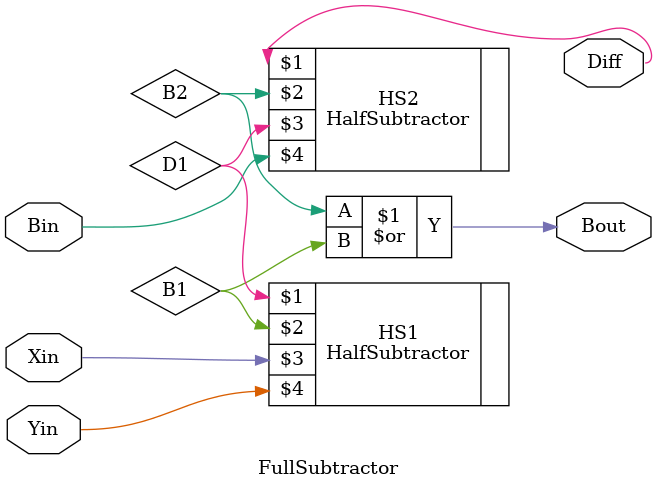
<source format=v>
`timescale 1ns / 1ps


module FullSubtractor(Diff, Bout, Xin, Yin, Bin);
    input Xin;
    input Yin;
    input Bin;
    output Diff;
    output Bout;
    
    wire D1; // intermediate diff between the two half subtractor
    wire B1; // internally generated borrow from the two half subtractor
    wire B2; // internally generated borrow from the two half subtractor
    
    HalfSubtractor HS1(D1, B1, Xin, Yin);
    HalfSubtractor HS2(Diff, B2, D1, Bin);
    
    or H1(Bout, B2, B1);
    
endmodule

</source>
